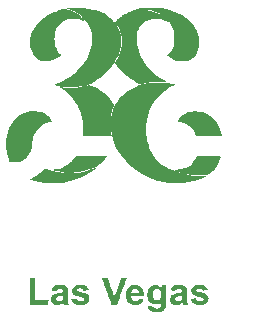
<source format=gbr>
%TF.GenerationSoftware,KiCad,Pcbnew,9.0.1*%
%TF.CreationDate,2025-07-13T22:34:50-07:00*%
%TF.ProjectId,defcon33_keychhain,64656663-6f6e-4333-935f-6b6579636868,rev?*%
%TF.SameCoordinates,Original*%
%TF.FileFunction,Legend,Top*%
%TF.FilePolarity,Positive*%
%FSLAX46Y46*%
G04 Gerber Fmt 4.6, Leading zero omitted, Abs format (unit mm)*
G04 Created by KiCad (PCBNEW 9.0.1) date 2025-07-13 22:34:50*
%MOMM*%
%LPD*%
G01*
G04 APERTURE LIST*
%ADD10C,0.000000*%
G04 APERTURE END LIST*
D10*
%TO.C,G\u002A\u002A\u002A*%
G36*
X155592802Y-89163298D02*
G01*
X155733303Y-89217510D01*
X155856810Y-89306666D01*
X155950400Y-89388839D01*
X155950400Y-89284399D01*
X155950400Y-89179959D01*
X156156211Y-89179959D01*
X156362021Y-89179959D01*
X156353455Y-90089829D01*
X156344889Y-90999699D01*
X156268536Y-91152404D01*
X156181544Y-91288237D01*
X156073561Y-91382607D01*
X155935177Y-91443617D01*
X155927943Y-91445749D01*
X155816116Y-91467598D01*
X155673951Y-91480711D01*
X155521342Y-91484590D01*
X155378182Y-91478736D01*
X155264364Y-91462653D01*
X155263226Y-91462388D01*
X155085446Y-91403421D01*
X154951892Y-91319765D01*
X154861987Y-91210889D01*
X154815153Y-91076264D01*
X154810992Y-91046994D01*
X154797713Y-90929183D01*
X154909578Y-90944792D01*
X155004711Y-90957640D01*
X155114268Y-90971851D01*
X155157036Y-90977228D01*
X155241628Y-90992022D01*
X155289257Y-91014058D01*
X155313857Y-91049921D01*
X155314525Y-91051647D01*
X155359374Y-91103831D01*
X155439436Y-91139695D01*
X155541168Y-91157544D01*
X155651027Y-91155683D01*
X155755472Y-91132417D01*
X155800876Y-91112525D01*
X155859916Y-91053497D01*
X155901250Y-90952860D01*
X155922535Y-90817533D01*
X155924949Y-90746007D01*
X155923618Y-90661514D01*
X155920135Y-90601663D01*
X155915423Y-90579759D01*
X155892913Y-90595435D01*
X155845630Y-90635582D01*
X155809213Y-90668317D01*
X155707759Y-90745224D01*
X155599985Y-90789702D01*
X155470659Y-90806435D01*
X155366255Y-90804564D01*
X155201265Y-90776523D01*
X155063766Y-90709634D01*
X154944838Y-90598945D01*
X154906051Y-90549078D01*
X154828264Y-90415176D01*
X154779946Y-90264285D01*
X154758707Y-90086160D01*
X154759436Y-89920910D01*
X154762606Y-89889714D01*
X155193911Y-89889714D01*
X155194082Y-90064276D01*
X155226568Y-90214709D01*
X155289266Y-90333156D01*
X155322237Y-90369728D01*
X155381118Y-90420774D01*
X155430379Y-90455818D01*
X155441382Y-90461380D01*
X155513369Y-90471145D01*
X155606194Y-90460738D01*
X155695994Y-90434334D01*
X155744589Y-90408339D01*
X155796329Y-90356428D01*
X155850133Y-90281280D01*
X155869504Y-90247407D01*
X155900923Y-90178580D01*
X155917261Y-90112355D01*
X155921556Y-90029687D01*
X155918457Y-89940670D01*
X155893523Y-89765111D01*
X155839446Y-89630475D01*
X155756586Y-89537228D01*
X155645301Y-89485834D01*
X155559241Y-89475119D01*
X155434392Y-89495153D01*
X155331953Y-89558756D01*
X155255037Y-89662393D01*
X155206760Y-89802529D01*
X155193911Y-89889714D01*
X154762606Y-89889714D01*
X154779847Y-89720045D01*
X154823413Y-89557603D01*
X154893333Y-89425180D01*
X154989119Y-89317679D01*
X155121222Y-89219566D01*
X155258734Y-89164699D01*
X155418173Y-89146647D01*
X155428657Y-89146594D01*
X155592802Y-89163298D01*
G37*
G36*
X147563896Y-89158119D02*
G01*
X147738036Y-89199983D01*
X147870757Y-89270793D01*
X147962401Y-89370721D01*
X148006706Y-89472942D01*
X148016169Y-89533005D01*
X148024176Y-89634646D01*
X148030278Y-89768552D01*
X148034026Y-89925411D01*
X148035028Y-90060333D01*
X148036463Y-90259248D01*
X148040921Y-90414114D01*
X148048823Y-90531721D01*
X148060594Y-90618854D01*
X148073071Y-90671155D01*
X148094806Y-90746094D01*
X148108649Y-90800139D01*
X148111247Y-90815180D01*
X148087954Y-90824082D01*
X148025850Y-90830768D01*
X147937015Y-90834094D01*
X147909889Y-90834268D01*
X147708255Y-90834268D01*
X147678857Y-90745190D01*
X147651744Y-90679284D01*
X147623744Y-90660302D01*
X147585317Y-90685004D01*
X147564811Y-90706480D01*
X147498480Y-90755262D01*
X147399038Y-90800582D01*
X147284204Y-90836319D01*
X147171701Y-90856354D01*
X147124345Y-90858602D01*
X147025709Y-90849893D01*
X146928592Y-90829607D01*
X146906554Y-90822595D01*
X146773385Y-90750547D01*
X146672685Y-90639983D01*
X146632572Y-90567033D01*
X146590152Y-90424822D01*
X146596464Y-90304615D01*
X147023204Y-90304615D01*
X147029835Y-90390310D01*
X147087264Y-90475584D01*
X147091529Y-90479913D01*
X147179379Y-90539419D01*
X147281193Y-90553113D01*
X147402255Y-90521652D01*
X147408167Y-90519216D01*
X147509979Y-90457151D01*
X147572781Y-90369122D01*
X147600420Y-90248701D01*
X147602504Y-90194563D01*
X147598367Y-90111271D01*
X147587357Y-90058164D01*
X147576132Y-90045290D01*
X147540838Y-90051158D01*
X147469280Y-90066821D01*
X147374483Y-90089368D01*
X147333588Y-90099508D01*
X147211603Y-90134009D01*
X147130046Y-90167487D01*
X147078745Y-90204448D01*
X147067274Y-90217469D01*
X147023204Y-90304615D01*
X146596464Y-90304615D01*
X146597486Y-90285154D01*
X146623995Y-90203541D01*
X146664461Y-90122471D01*
X146715589Y-90055795D01*
X146784066Y-89999970D01*
X146876577Y-89951458D01*
X146999808Y-89906717D01*
X147160447Y-89862207D01*
X147354358Y-89816785D01*
X147602504Y-89761666D01*
X147602504Y-89674420D01*
X147581583Y-89580103D01*
X147518583Y-89514006D01*
X147413149Y-89475787D01*
X147392494Y-89472262D01*
X147277031Y-89471689D01*
X147172728Y-89501201D01*
X147093817Y-89555326D01*
X147064007Y-89598577D01*
X147028511Y-89646284D01*
X146991842Y-89663526D01*
X146949187Y-89659172D01*
X146878180Y-89648130D01*
X146795286Y-89633433D01*
X146716969Y-89618113D01*
X146659695Y-89605202D01*
X146640242Y-89598772D01*
X146644171Y-89573983D01*
X146663411Y-89519085D01*
X146673345Y-89494484D01*
X146751506Y-89360138D01*
X146861322Y-89259564D01*
X147005653Y-89191280D01*
X147187359Y-89153804D01*
X147347995Y-89145032D01*
X147563896Y-89158119D01*
G37*
G36*
X149220330Y-89150311D02*
G01*
X149383010Y-89177816D01*
X149518539Y-89222197D01*
X149538790Y-89231890D01*
X149603408Y-89278245D01*
X149672276Y-89347908D01*
X149734053Y-89426633D01*
X149777395Y-89500175D01*
X149791282Y-89549017D01*
X149768124Y-89566465D01*
X149706911Y-89586749D01*
X149620038Y-89605918D01*
X149604000Y-89608717D01*
X149416719Y-89640185D01*
X149326585Y-89550052D01*
X149276185Y-89502766D01*
X149232275Y-89475788D01*
X149177793Y-89463440D01*
X149095675Y-89460044D01*
X149055751Y-89459919D01*
X148952800Y-89462785D01*
X148886341Y-89473461D01*
X148842178Y-89495069D01*
X148824148Y-89510821D01*
X148781442Y-89564233D01*
X148780655Y-89607179D01*
X148812983Y-89648726D01*
X148835399Y-89666694D01*
X148869821Y-89684605D01*
X148923328Y-89704790D01*
X149003000Y-89729578D01*
X149115915Y-89761301D01*
X149269152Y-89802288D01*
X149320791Y-89815885D01*
X149518762Y-89880480D01*
X149668885Y-89958794D01*
X149772878Y-90052945D01*
X149832455Y-90165055D01*
X149849332Y-90297242D01*
X149827682Y-90442148D01*
X149775565Y-90558178D01*
X149686391Y-90667404D01*
X149573552Y-90756227D01*
X149470193Y-90805151D01*
X149350776Y-90831684D01*
X149202415Y-90846561D01*
X149045362Y-90849312D01*
X148899869Y-90839465D01*
X148800128Y-90820756D01*
X148626479Y-90750490D01*
X148489639Y-90646233D01*
X148386202Y-90505196D01*
X148365810Y-90465230D01*
X148317479Y-90363426D01*
X148377964Y-90347065D01*
X148436614Y-90335084D01*
X148523294Y-90321632D01*
X148587651Y-90313388D01*
X148736854Y-90296071D01*
X148799794Y-90393332D01*
X148881401Y-90475826D01*
X148992007Y-90528822D01*
X149117475Y-90549838D01*
X149243666Y-90536396D01*
X149350600Y-90489935D01*
X149393935Y-90437507D01*
X149410251Y-90368066D01*
X149396752Y-90303477D01*
X149377518Y-90279474D01*
X149340585Y-90262474D01*
X149266036Y-90237481D01*
X149165782Y-90208260D01*
X149083212Y-90186424D01*
X148872405Y-90128589D01*
X148707266Y-90071743D01*
X148582800Y-90011935D01*
X148494013Y-89945217D01*
X148435910Y-89867637D01*
X148403498Y-89775247D01*
X148391782Y-89664095D01*
X148391482Y-89639328D01*
X148406844Y-89502788D01*
X148457711Y-89391844D01*
X148535553Y-89303961D01*
X148605442Y-89245604D01*
X148674504Y-89206289D01*
X148759578Y-89178860D01*
X148877504Y-89156161D01*
X148886987Y-89154634D01*
X149048867Y-89141858D01*
X149220330Y-89150311D01*
G37*
G36*
X153913374Y-89167128D02*
G01*
X154088159Y-89232379D01*
X154236271Y-89340470D01*
X154283324Y-89390416D01*
X154363737Y-89514481D01*
X154426041Y-89670456D01*
X154464497Y-89840873D01*
X154474248Y-89971618D01*
X154474248Y-90121643D01*
X153927690Y-90121643D01*
X153381132Y-90121643D01*
X153396856Y-90204358D01*
X153443779Y-90344596D01*
X153522601Y-90446948D01*
X153630739Y-90509090D01*
X153757218Y-90528762D01*
X153843213Y-90519682D01*
X153908524Y-90484719D01*
X153941737Y-90454462D01*
X153988948Y-90397444D01*
X154014591Y-90347392D01*
X154016132Y-90337174D01*
X154029424Y-90306729D01*
X154073396Y-90308342D01*
X154132198Y-90319889D01*
X154216532Y-90333254D01*
X154261019Y-90339399D01*
X154360856Y-90355031D01*
X154416520Y-90374464D01*
X154434614Y-90405053D01*
X154421743Y-90454148D01*
X154401673Y-90496001D01*
X154321765Y-90610822D01*
X154211029Y-90715901D01*
X154088883Y-90793352D01*
X154069335Y-90802087D01*
X153981713Y-90826013D01*
X153862592Y-90842319D01*
X153730949Y-90849956D01*
X153605758Y-90847874D01*
X153505997Y-90835025D01*
X153499924Y-90833561D01*
X153326592Y-90765392D01*
X153182157Y-90655495D01*
X153066224Y-90503531D01*
X153025923Y-90427053D01*
X152995933Y-90357847D01*
X152976608Y-90293636D01*
X152965680Y-90219981D01*
X152960879Y-90122443D01*
X152959919Y-90007113D01*
X152961233Y-89877175D01*
X152961820Y-89867134D01*
X153405310Y-89867134D01*
X153723446Y-89867134D01*
X154041582Y-89867134D01*
X154041487Y-89784418D01*
X154022027Y-89687386D01*
X153972048Y-89592285D01*
X153903842Y-89520669D01*
X153883986Y-89508203D01*
X153793894Y-89481891D01*
X153686731Y-89480477D01*
X153588069Y-89502989D01*
X153553061Y-89520795D01*
X153483179Y-89590754D01*
X153429913Y-89687895D01*
X153405680Y-89788670D01*
X153405310Y-89800990D01*
X153405310Y-89867134D01*
X152961820Y-89867134D01*
X152965686Y-89800990D01*
X152966704Y-89783582D01*
X152978625Y-89711810D01*
X152999291Y-89647338D01*
X153026596Y-89584973D01*
X153130804Y-89411536D01*
X153260690Y-89281974D01*
X153417329Y-89195596D01*
X153601801Y-89151713D01*
X153713605Y-89145443D01*
X153913374Y-89167128D01*
G37*
G36*
X157621192Y-89154299D02*
G01*
X157764638Y-89176909D01*
X157876752Y-89217289D01*
X157960438Y-89272452D01*
X158002857Y-89309905D01*
X158035767Y-89346716D01*
X158060581Y-89389825D01*
X158078709Y-89446177D01*
X158091563Y-89522712D01*
X158100554Y-89626374D01*
X158107092Y-89764105D01*
X158112589Y-89942846D01*
X158114946Y-90032564D01*
X158120803Y-90233166D01*
X158127166Y-90389570D01*
X158134599Y-90508481D01*
X158143672Y-90596602D01*
X158154950Y-90660638D01*
X158169001Y-90707293D01*
X158172777Y-90716484D01*
X158199179Y-90779408D01*
X158214209Y-90819236D01*
X158215530Y-90824650D01*
X158192082Y-90829104D01*
X158129743Y-90832464D01*
X158040519Y-90834165D01*
X158010624Y-90834268D01*
X157805719Y-90834268D01*
X157768756Y-90745804D01*
X157731794Y-90657340D01*
X157611865Y-90733396D01*
X157435297Y-90820381D01*
X157257793Y-90857010D01*
X157076278Y-90843783D01*
X157019338Y-90829815D01*
X156877188Y-90765927D01*
X156771235Y-90667512D01*
X156704574Y-90538710D01*
X156680301Y-90383666D01*
X156680255Y-90376152D01*
X156681906Y-90357389D01*
X157107352Y-90357389D01*
X157137121Y-90436906D01*
X157198787Y-90499831D01*
X157282928Y-90539924D01*
X157380126Y-90550944D01*
X157480961Y-90526651D01*
X157497806Y-90518550D01*
X157595705Y-90451838D01*
X157657448Y-90366752D01*
X157690993Y-90250697D01*
X157697296Y-90202841D01*
X157705247Y-90124214D01*
X157703507Y-90075725D01*
X157683522Y-90053005D01*
X157636741Y-90051683D01*
X157554610Y-90067388D01*
X157469753Y-90086568D01*
X157326077Y-90123645D01*
X157225515Y-90161902D01*
X157160357Y-90205315D01*
X157122892Y-90257861D01*
X157118899Y-90267521D01*
X157107352Y-90357389D01*
X156681906Y-90357389D01*
X156691561Y-90247694D01*
X156728551Y-90141781D01*
X156795836Y-90054627D01*
X156898024Y-89982449D01*
X157039725Y-89921463D01*
X157225549Y-89867884D01*
X157327848Y-89844526D01*
X157474803Y-89812237D01*
X157578658Y-89786329D01*
X157646256Y-89763346D01*
X157684438Y-89739832D01*
X157700047Y-89712330D01*
X157699925Y-89677385D01*
X157696558Y-89658295D01*
X157661956Y-89564855D01*
X157597808Y-89506215D01*
X157495594Y-89474838D01*
X157487778Y-89473615D01*
X157355427Y-89471412D01*
X157245266Y-89504876D01*
X157166217Y-89570918D01*
X157154170Y-89589035D01*
X157124251Y-89631016D01*
X157088386Y-89653909D01*
X157035149Y-89659335D01*
X156953113Y-89648912D01*
X156860744Y-89630602D01*
X156714875Y-89599899D01*
X156775290Y-89469666D01*
X156850433Y-89345943D01*
X156948994Y-89254639D01*
X157076706Y-89192964D01*
X157239301Y-89158126D01*
X157437543Y-89147335D01*
X157621192Y-89154299D01*
G37*
G36*
X159323270Y-89151407D02*
G01*
X159490335Y-89182789D01*
X159619919Y-89233654D01*
X159723544Y-89309715D01*
X159787124Y-89381424D01*
X159847428Y-89467637D01*
X159868955Y-89526216D01*
X159848538Y-89564819D01*
X159783012Y-89591109D01*
X159693143Y-89608895D01*
X159586475Y-89626166D01*
X159519569Y-89634393D01*
X159481931Y-89632628D01*
X159463069Y-89619922D01*
X159452490Y-89595326D01*
X159449811Y-89586894D01*
X159405551Y-89527418D01*
X159320973Y-89484645D01*
X159204981Y-89462310D01*
X159146950Y-89459919D01*
X159012859Y-89470154D01*
X158924083Y-89500655D01*
X158881323Y-89551115D01*
X158877254Y-89577947D01*
X158886631Y-89621539D01*
X158919042Y-89658978D01*
X158980908Y-89693635D01*
X159078649Y-89728881D01*
X159218687Y-89768089D01*
X159259017Y-89778390D01*
X159448475Y-89829902D01*
X159594902Y-89878988D01*
X159705845Y-89928961D01*
X159788851Y-89983135D01*
X159842853Y-90034704D01*
X159913362Y-90150002D01*
X159940238Y-90277985D01*
X159926236Y-90410388D01*
X159874113Y-90538946D01*
X159786625Y-90655393D01*
X159666530Y-90751466D01*
X159590488Y-90791348D01*
X159495945Y-90819684D01*
X159368507Y-90840037D01*
X159225716Y-90851296D01*
X159085112Y-90852356D01*
X158964236Y-90842106D01*
X158921398Y-90833622D01*
X158768731Y-90776993D01*
X158631218Y-90691995D01*
X158520379Y-90587603D01*
X158447734Y-90472795D01*
X158442884Y-90460746D01*
X158425382Y-90407046D01*
X158429182Y-90373805D01*
X158462721Y-90352860D01*
X158534436Y-90336054D01*
X158580290Y-90327862D01*
X158704117Y-90308416D01*
X158785693Y-90301531D01*
X158832153Y-90307422D01*
X158850628Y-90326303D01*
X158851803Y-90336017D01*
X158873811Y-90391833D01*
X158930444Y-90451372D01*
X159007615Y-90503593D01*
X159091234Y-90537451D01*
X159114953Y-90542300D01*
X159233597Y-90546242D01*
X159341051Y-90524995D01*
X159428391Y-90483500D01*
X159486696Y-90426702D01*
X159507041Y-90359542D01*
X159501696Y-90328068D01*
X159490116Y-90303922D01*
X159467320Y-90283056D01*
X159425709Y-90262438D01*
X159357684Y-90239034D01*
X159255645Y-90209811D01*
X159111993Y-90171737D01*
X159106312Y-90170257D01*
X158898833Y-90108732D01*
X158737910Y-90043140D01*
X158619213Y-89970573D01*
X158538410Y-89888122D01*
X158491170Y-89792882D01*
X158480643Y-89750243D01*
X158472775Y-89592419D01*
X158509344Y-89454057D01*
X158586781Y-89337693D01*
X158701517Y-89245865D01*
X158849983Y-89181109D01*
X159028610Y-89145959D01*
X159233831Y-89142954D01*
X159323270Y-89151407D01*
G37*
G36*
X145235570Y-89510821D02*
G01*
X145235570Y-90452504D01*
X145809331Y-90452504D01*
X146383091Y-90452504D01*
X146375613Y-90637023D01*
X146368136Y-90821542D01*
X145572795Y-90828268D01*
X144777454Y-90834993D01*
X144777454Y-89702065D01*
X144777454Y-88569138D01*
X145006512Y-88569138D01*
X145235570Y-88569138D01*
X145235570Y-89510821D01*
G37*
G36*
X151595667Y-89148146D02*
G01*
X151683547Y-89404767D01*
X151756458Y-89617240D01*
X151815841Y-89789601D01*
X151863135Y-89925885D01*
X151899784Y-90030128D01*
X151927226Y-90106367D01*
X151946904Y-90158637D01*
X151960258Y-90190974D01*
X151968728Y-90207413D01*
X151973757Y-90211991D01*
X151975245Y-90211293D01*
X151985310Y-90185590D01*
X152009319Y-90117159D01*
X152045366Y-90011644D01*
X152091545Y-89874690D01*
X152145951Y-89711940D01*
X152206680Y-89529038D01*
X152256290Y-89378812D01*
X152527254Y-88556412D01*
X152762675Y-88549094D01*
X152866797Y-88548207D01*
X152946758Y-88552062D01*
X152991906Y-88559933D01*
X152998096Y-88565175D01*
X152989781Y-88593101D01*
X152966223Y-88663078D01*
X152929498Y-88769290D01*
X152881686Y-88905924D01*
X152824863Y-89067166D01*
X152761107Y-89247202D01*
X152692497Y-89440218D01*
X152621109Y-89640401D01*
X152549023Y-89841935D01*
X152478315Y-90039008D01*
X152411063Y-90225805D01*
X152349346Y-90396512D01*
X152295241Y-90545315D01*
X152250825Y-90666400D01*
X152218177Y-90753954D01*
X152199375Y-90802162D01*
X152196079Y-90809324D01*
X152164592Y-90821148D01*
X152096714Y-90829093D01*
X152006801Y-90833155D01*
X151909212Y-90833329D01*
X151818304Y-90829607D01*
X151748437Y-90821986D01*
X151713966Y-90810458D01*
X151713256Y-90809514D01*
X151700992Y-90779873D01*
X151673985Y-90708413D01*
X151634314Y-90600949D01*
X151584060Y-90463297D01*
X151525303Y-90301270D01*
X151460122Y-90120684D01*
X151390598Y-89927354D01*
X151318810Y-89727094D01*
X151246839Y-89525721D01*
X151176765Y-89329048D01*
X151110668Y-89142891D01*
X151050628Y-88973064D01*
X150998725Y-88825383D01*
X150957039Y-88705662D01*
X150927651Y-88619717D01*
X150912639Y-88573362D01*
X150911122Y-88567087D01*
X150934713Y-88556976D01*
X150998076Y-88549063D01*
X151090089Y-88544436D01*
X151149955Y-88543687D01*
X151388788Y-88543687D01*
X151595667Y-89148146D01*
G37*
G36*
X150396080Y-79239601D02*
G01*
X150389555Y-79264971D01*
X150350948Y-79308735D01*
X150290798Y-79361462D01*
X150219648Y-79413719D01*
X150162714Y-79448404D01*
X150091472Y-79493845D01*
X150035460Y-79538556D01*
X149985990Y-79577151D01*
X149909320Y-79628697D01*
X149829458Y-79677616D01*
X149746622Y-79726253D01*
X149677733Y-79767260D01*
X149638576Y-79791219D01*
X149577174Y-79826105D01*
X149479765Y-79876233D01*
X149357039Y-79936578D01*
X149219680Y-80002113D01*
X149078377Y-80067812D01*
X148943817Y-80128649D01*
X148826686Y-80179598D01*
X148737671Y-80215633D01*
X148730336Y-80218367D01*
X148467138Y-80306024D01*
X148165951Y-80389892D01*
X147839687Y-80466428D01*
X147780661Y-80478870D01*
X147682883Y-80497570D01*
X147586894Y-80511913D01*
X147483279Y-80522561D01*
X147362621Y-80530172D01*
X147215506Y-80535409D01*
X147032516Y-80538931D01*
X146902605Y-80540487D01*
X146726945Y-80541831D01*
X146564536Y-80542229D01*
X146423539Y-80541729D01*
X146312116Y-80540377D01*
X146238427Y-80538220D01*
X146215430Y-80536521D01*
X146153439Y-80528264D01*
X146059616Y-80515796D01*
X145952591Y-80501592D01*
X145935470Y-80499321D01*
X145797229Y-80478228D01*
X145644577Y-80450305D01*
X145485340Y-80417504D01*
X145327343Y-80381773D01*
X145178411Y-80345061D01*
X145046370Y-80309317D01*
X144939043Y-80276491D01*
X144864257Y-80248532D01*
X144829836Y-80227389D01*
X144828450Y-80223566D01*
X144849440Y-80205579D01*
X144904893Y-80171668D01*
X144983680Y-80128547D01*
X145000244Y-80119931D01*
X145143782Y-80036234D01*
X145308195Y-79924636D01*
X145480373Y-79795129D01*
X145647204Y-79657707D01*
X145795578Y-79522362D01*
X145832984Y-79485230D01*
X145912463Y-79408486D01*
X145982532Y-79348003D01*
X146033506Y-79311779D01*
X146051222Y-79305009D01*
X146093810Y-79312903D01*
X146169367Y-79333787D01*
X146262949Y-79363461D01*
X146280962Y-79369551D01*
X146740656Y-79503441D01*
X147227324Y-79601531D01*
X147729912Y-79661858D01*
X148022444Y-79678706D01*
X148464726Y-79680330D01*
X148875099Y-79652024D01*
X149264096Y-79591962D01*
X149642249Y-79498319D01*
X150020089Y-79369267D01*
X150179910Y-79304621D01*
X150272036Y-79268642D01*
X150346054Y-79245124D01*
X150389971Y-79237676D01*
X150396080Y-79239601D01*
G37*
G36*
X155924131Y-72033707D02*
G01*
X156130217Y-72040704D01*
X156297529Y-72049632D01*
X156438189Y-72061636D01*
X156564318Y-72077864D01*
X156688038Y-72099463D01*
X156748095Y-72111646D01*
X156865649Y-72137166D01*
X156964041Y-72160070D01*
X157033094Y-72177880D01*
X157062627Y-72188118D01*
X157062739Y-72188223D01*
X157053584Y-72208727D01*
X157011571Y-72240843D01*
X156950699Y-72276299D01*
X156884967Y-72306822D01*
X156834819Y-72322906D01*
X156784181Y-72339732D01*
X156764829Y-72357195D01*
X156743994Y-72379032D01*
X156691847Y-72410319D01*
X156669388Y-72421419D01*
X156452765Y-72542318D01*
X156218941Y-72709150D01*
X155969650Y-72920602D01*
X155802244Y-73079275D01*
X155668087Y-73213500D01*
X155563323Y-73324291D01*
X155479316Y-73422048D01*
X155407431Y-73517171D01*
X155339032Y-73620064D01*
X155298078Y-73686535D01*
X155139165Y-73967259D01*
X155009341Y-74238746D01*
X154901405Y-74518482D01*
X154808161Y-74823951D01*
X154770921Y-74967044D01*
X154720428Y-75180707D01*
X154684421Y-75364045D01*
X154660708Y-75534827D01*
X154647097Y-75710823D01*
X154641396Y-75909799D01*
X154640828Y-76021843D01*
X154641412Y-76175635D01*
X154644171Y-76297031D01*
X154650791Y-76399805D01*
X154662957Y-76497735D01*
X154682354Y-76604595D01*
X154710668Y-76734162D01*
X154746889Y-76888846D01*
X154807291Y-77130905D01*
X154866253Y-77336635D01*
X154928733Y-77520203D01*
X154999687Y-77695778D01*
X155084074Y-77877529D01*
X155113675Y-77937221D01*
X155250707Y-78191303D01*
X155388913Y-78405185D01*
X155537058Y-78589001D01*
X155703904Y-78752883D01*
X155898216Y-78906964D01*
X156032140Y-78999259D01*
X156312992Y-79169087D01*
X156619873Y-79326956D01*
X156946378Y-79471233D01*
X157286097Y-79600285D01*
X157632624Y-79712478D01*
X157979551Y-79806180D01*
X158320470Y-79879757D01*
X158648974Y-79931577D01*
X158958655Y-79960005D01*
X159243105Y-79963408D01*
X159495918Y-79940155D01*
X159622858Y-79914485D01*
X159714494Y-79894900D01*
X159759257Y-79893917D01*
X159757510Y-79911168D01*
X159709616Y-79946289D01*
X159615938Y-79998916D01*
X159476840Y-80068682D01*
X159462625Y-80075539D01*
X159042358Y-80256291D01*
X158626314Y-80390810D01*
X158204736Y-80481807D01*
X157838856Y-80526622D01*
X157648076Y-80538692D01*
X157434156Y-80545947D01*
X157209001Y-80548517D01*
X156984514Y-80546531D01*
X156772599Y-80540121D01*
X156585160Y-80529416D01*
X156434102Y-80514547D01*
X156408516Y-80510967D01*
X156243428Y-80482128D01*
X156048057Y-80441415D01*
X155837634Y-80392572D01*
X155627390Y-80339339D01*
X155432557Y-80285461D01*
X155268367Y-80234679D01*
X155228736Y-80221093D01*
X154935379Y-80104317D01*
X154625145Y-79957097D01*
X154313914Y-79787949D01*
X154017569Y-79605388D01*
X153805013Y-79457715D01*
X153703181Y-79377353D01*
X153581295Y-79272819D01*
X153446614Y-79151179D01*
X153306397Y-79019505D01*
X153167905Y-78884865D01*
X153038397Y-78754328D01*
X152925132Y-78634964D01*
X152835371Y-78533841D01*
X152776372Y-78458030D01*
X152772632Y-78452404D01*
X152728611Y-78391263D01*
X152660792Y-78304637D01*
X152579201Y-78205076D01*
X152510817Y-78124627D01*
X152300935Y-77845066D01*
X152120355Y-77527013D01*
X151970327Y-77174448D01*
X151852098Y-76791355D01*
X151766919Y-76381712D01*
X151716038Y-75949503D01*
X151700596Y-75541542D01*
X151716668Y-75118370D01*
X151765810Y-74730091D01*
X151847741Y-74377779D01*
X151962175Y-74062509D01*
X152108829Y-73785354D01*
X152199048Y-73654909D01*
X152270113Y-73557532D01*
X152338950Y-73457288D01*
X152391358Y-73374896D01*
X152393885Y-73370606D01*
X152472495Y-73265842D01*
X152595595Y-73144773D01*
X152763995Y-73006707D01*
X152978508Y-72850954D01*
X153104048Y-72765737D01*
X153431314Y-72563579D01*
X153755576Y-72396899D01*
X154084008Y-72263835D01*
X154423784Y-72162525D01*
X154782077Y-72091107D01*
X155166062Y-72047718D01*
X155582912Y-72030496D01*
X155924131Y-72033707D01*
G37*
G36*
X160595195Y-78236136D02*
G01*
X160728951Y-78239190D01*
X160828367Y-78245636D01*
X160897579Y-78256601D01*
X160940726Y-78273212D01*
X160961944Y-78296593D01*
X160965371Y-78327872D01*
X160955143Y-78368175D01*
X160935400Y-78418627D01*
X160910277Y-78480355D01*
X160904011Y-78496695D01*
X160778022Y-78787111D01*
X160625753Y-79052605D01*
X160438560Y-79306961D01*
X160286640Y-79480884D01*
X160168664Y-79599830D01*
X160054210Y-79694043D01*
X159935330Y-79766145D01*
X159804078Y-79818759D01*
X159652507Y-79854508D01*
X159472671Y-79876013D01*
X159256622Y-79885899D01*
X159055410Y-79887218D01*
X158896795Y-79885183D01*
X158747754Y-79880953D01*
X158618991Y-79875006D01*
X158521211Y-79867822D01*
X158470039Y-79861014D01*
X158156617Y-79793341D01*
X157877209Y-79728455D01*
X157634133Y-79667049D01*
X157429706Y-79609815D01*
X157266245Y-79557444D01*
X157146067Y-79510630D01*
X157071488Y-79470063D01*
X157044826Y-79436436D01*
X157044789Y-79435292D01*
X157068250Y-79420325D01*
X157130706Y-79405807D01*
X157220261Y-79393401D01*
X157325024Y-79384772D01*
X157428844Y-79381583D01*
X157559564Y-79369333D01*
X157718207Y-79335944D01*
X157888672Y-79285832D01*
X158054860Y-79223409D01*
X158130925Y-79189148D01*
X158321861Y-79075473D01*
X158493283Y-78925861D01*
X158649230Y-78735906D01*
X158793737Y-78501201D01*
X158837050Y-78418254D01*
X158928796Y-78236071D01*
X159946512Y-78236071D01*
X160208113Y-78235703D01*
X160422962Y-78235349D01*
X160595195Y-78236136D01*
G37*
G36*
X151200621Y-78407865D02*
G01*
X151143912Y-78489160D01*
X151097097Y-78553149D01*
X151068246Y-78588896D01*
X151064443Y-78592384D01*
X151040220Y-78616889D01*
X150993078Y-78670271D01*
X150932289Y-78741976D01*
X150918869Y-78758119D01*
X150784682Y-78890529D01*
X150605954Y-79020871D01*
X150389041Y-79146375D01*
X150140300Y-79264272D01*
X149866086Y-79371793D01*
X149572757Y-79466169D01*
X149266667Y-79544630D01*
X148989578Y-79598680D01*
X148883003Y-79612499D01*
X148743851Y-79625030D01*
X148583924Y-79635777D01*
X148415027Y-79644248D01*
X148248963Y-79649947D01*
X148097534Y-79652380D01*
X147972545Y-79651053D01*
X147885799Y-79645471D01*
X147882464Y-79645043D01*
X147555880Y-79598990D01*
X147260942Y-79551582D01*
X146978432Y-79499506D01*
X146689133Y-79439450D01*
X146686272Y-79438827D01*
X146622645Y-79424956D01*
X146686272Y-79405696D01*
X146747922Y-79394283D01*
X146836070Y-79386146D01*
X146892171Y-79383899D01*
X147088830Y-79362363D01*
X147307154Y-79307405D01*
X147535135Y-79223775D01*
X147760763Y-79116223D01*
X147972029Y-78989498D01*
X148073346Y-78916741D01*
X148159471Y-78844111D01*
X148265365Y-78745034D01*
X148378104Y-78632078D01*
X148484767Y-78517815D01*
X148493286Y-78508279D01*
X148735069Y-78236571D01*
X150026533Y-78236321D01*
X151317997Y-78236071D01*
X151200621Y-78407865D01*
G37*
G36*
X145546354Y-74480893D02*
G01*
X145614080Y-74493774D01*
X145833878Y-74553599D01*
X146039856Y-74637343D01*
X146223699Y-74740029D01*
X146377089Y-74856681D01*
X146491711Y-74982322D01*
X146528815Y-75041182D01*
X146558960Y-75102207D01*
X146592444Y-75177566D01*
X146623422Y-75252915D01*
X146646048Y-75313908D01*
X146654479Y-75346201D01*
X146653842Y-75348033D01*
X146628087Y-75354406D01*
X146563992Y-75368389D01*
X146473107Y-75387489D01*
X146424861Y-75397435D01*
X146204499Y-75464245D01*
X145979704Y-75571847D01*
X145762132Y-75712742D01*
X145563440Y-75879431D01*
X145402388Y-76055346D01*
X145312993Y-76183115D01*
X145228050Y-76330520D01*
X145155680Y-76481324D01*
X145104007Y-76619288D01*
X145086893Y-76686127D01*
X145068061Y-76782114D01*
X145044327Y-76902172D01*
X145020799Y-77020467D01*
X145020590Y-77021514D01*
X145000789Y-77138261D01*
X144986463Y-77256169D01*
X144980631Y-77350243D01*
X144980620Y-77352376D01*
X144956634Y-77608376D01*
X144885772Y-77848077D01*
X144767034Y-78073769D01*
X144599423Y-78287738D01*
X144549252Y-78340185D01*
X144354947Y-78508454D01*
X144147432Y-78637337D01*
X143934663Y-78722301D01*
X143838660Y-78745120D01*
X143749517Y-78756517D01*
X143634352Y-78764091D01*
X143506356Y-78767820D01*
X143378719Y-78767682D01*
X143264632Y-78763656D01*
X143177286Y-78755720D01*
X143134869Y-78746279D01*
X143106935Y-78722871D01*
X143076757Y-78670828D01*
X143041361Y-78583621D01*
X142997775Y-78454722D01*
X142987822Y-78423394D01*
X142928400Y-78231275D01*
X142883472Y-78073375D01*
X142851113Y-77936730D01*
X142829398Y-77808381D01*
X142816402Y-77675365D01*
X142810202Y-77524720D01*
X142808871Y-77343485D01*
X142809544Y-77222794D01*
X142812398Y-77051386D01*
X142817862Y-76884282D01*
X142825359Y-76733053D01*
X142834313Y-76609271D01*
X142844148Y-76524510D01*
X142844416Y-76522894D01*
X142918071Y-76211097D01*
X143031100Y-75903653D01*
X143178336Y-75609847D01*
X143354610Y-75338965D01*
X143554752Y-75100292D01*
X143724250Y-74942342D01*
X143983002Y-74761203D01*
X144268880Y-74619584D01*
X144575018Y-74519113D01*
X144894553Y-74461422D01*
X145220620Y-74448139D01*
X145546354Y-74480893D01*
G37*
G36*
X164075601Y-78117412D02*
G01*
X164078798Y-78126702D01*
X164043787Y-78130249D01*
X164007656Y-78126250D01*
X164011973Y-78117412D01*
X164064080Y-78114051D01*
X164075601Y-78117412D01*
G37*
G36*
X150062836Y-72345256D02*
G01*
X150457289Y-72525613D01*
X150806292Y-72722163D01*
X151113504Y-72937714D01*
X151382585Y-73175073D01*
X151617197Y-73437047D01*
X151780077Y-73662500D01*
X151841325Y-73758086D01*
X151890371Y-73839026D01*
X151921336Y-73895338D01*
X151929158Y-73915545D01*
X151921362Y-73949882D01*
X151900498Y-74019863D01*
X151870347Y-74113103D01*
X151854226Y-74160906D01*
X151764142Y-74476231D01*
X151695106Y-74831001D01*
X151648584Y-75217679D01*
X151648371Y-75220140D01*
X151634087Y-75444223D01*
X151632626Y-75655266D01*
X151644722Y-75870532D01*
X151671114Y-76107281D01*
X151692630Y-76257107D01*
X151707919Y-76369928D01*
X151717039Y-76463859D01*
X151719134Y-76527751D01*
X151715128Y-76549792D01*
X151686524Y-76553859D01*
X151612114Y-76557969D01*
X151496995Y-76562006D01*
X151346262Y-76565856D01*
X151165011Y-76569405D01*
X150958339Y-76572536D01*
X150731342Y-76575137D01*
X150508174Y-76576966D01*
X149320440Y-76584895D01*
X149320035Y-76017046D01*
X149316855Y-75750025D01*
X149306556Y-75520958D01*
X149287369Y-75317178D01*
X149257528Y-75126020D01*
X149215268Y-74934817D01*
X149158823Y-74730905D01*
X149125670Y-74623204D01*
X149059635Y-74438269D01*
X148974183Y-74235076D01*
X148876021Y-74027141D01*
X148771860Y-73827981D01*
X148668406Y-73651114D01*
X148574845Y-73513328D01*
X148468253Y-73380401D01*
X148342686Y-73237317D01*
X148207006Y-73093016D01*
X148070075Y-72956441D01*
X147940756Y-72836534D01*
X147827909Y-72742238D01*
X147767935Y-72699138D01*
X147691513Y-72647459D01*
X147633961Y-72604934D01*
X147606951Y-72580222D01*
X147606487Y-72579339D01*
X147580596Y-72557461D01*
X147523057Y-72522513D01*
X147470339Y-72494405D01*
X147403045Y-72457778D01*
X147361115Y-72429998D01*
X147353394Y-72419383D01*
X147382019Y-72417727D01*
X147445769Y-72424019D01*
X147514993Y-72434343D01*
X147590274Y-72442707D01*
X147704762Y-72450046D01*
X147846763Y-72455862D01*
X148004586Y-72459656D01*
X148136973Y-72460905D01*
X148587739Y-72449323D01*
X149011768Y-72411114D01*
X149426751Y-72344494D01*
X149555080Y-72318064D01*
X149845474Y-72255279D01*
X150062836Y-72345256D01*
G37*
G36*
X158901902Y-74477356D02*
G01*
X159112863Y-74491721D01*
X159289928Y-74515835D01*
X159449804Y-74553907D01*
X159609194Y-74610146D01*
X159784803Y-74688762D01*
X159831663Y-74711647D01*
X160090329Y-74860021D01*
X160313633Y-75033833D01*
X160506031Y-75238208D01*
X160671983Y-75478274D01*
X160815947Y-75759158D01*
X160882438Y-75920039D01*
X160924220Y-76037799D01*
X160967667Y-76175546D01*
X161007406Y-76314786D01*
X161038065Y-76437024D01*
X161050655Y-76499047D01*
X161064759Y-76581763D01*
X159995658Y-76581763D01*
X159733679Y-76581646D01*
X159518034Y-76581172D01*
X159344156Y-76580152D01*
X159207477Y-76578400D01*
X159103429Y-76575727D01*
X159027446Y-76571947D01*
X158974959Y-76566870D01*
X158941402Y-76560312D01*
X158922207Y-76552082D01*
X158912806Y-76541995D01*
X158910702Y-76537224D01*
X158872785Y-76441368D01*
X158827045Y-76341012D01*
X158780390Y-76249818D01*
X158739728Y-76181452D01*
X158716116Y-76152344D01*
X158681524Y-76110621D01*
X158673647Y-76085937D01*
X158655080Y-76043098D01*
X158604900Y-75977398D01*
X158531386Y-75897592D01*
X158442818Y-75812437D01*
X158347473Y-75730688D01*
X158310191Y-75701581D01*
X158181939Y-75611596D01*
X158056512Y-75540958D01*
X157919464Y-75483310D01*
X157756350Y-75432298D01*
X157617412Y-75396770D01*
X157505142Y-75369257D01*
X157412618Y-75345543D01*
X157350152Y-75328339D01*
X157328185Y-75320696D01*
X157335109Y-75295952D01*
X157361975Y-75238862D01*
X157403216Y-75161126D01*
X157409162Y-75150438D01*
X157551128Y-74946856D01*
X157728764Y-74778778D01*
X157940657Y-74646843D01*
X158185393Y-74551687D01*
X158461557Y-74493949D01*
X158767737Y-74474265D01*
X158901902Y-74477356D01*
G37*
G36*
X143835771Y-74125751D02*
G01*
X143823045Y-74138476D01*
X143810320Y-74125751D01*
X143823045Y-74113025D01*
X143835771Y-74125751D01*
G37*
G36*
X149309921Y-65702486D02*
G01*
X149796414Y-65765227D01*
X150276878Y-65863890D01*
X150338476Y-65879353D01*
X150617056Y-65957413D01*
X150851276Y-66038181D01*
X151047679Y-66124656D01*
X151212806Y-66219840D01*
X151353199Y-66326733D01*
X151393281Y-66363248D01*
X151580288Y-66539730D01*
X151732500Y-66680922D01*
X151850922Y-66787722D01*
X151936554Y-66861030D01*
X151990399Y-66901744D01*
X151999877Y-66907405D01*
X152038669Y-66946619D01*
X152090480Y-67025611D01*
X152151408Y-67136152D01*
X152217556Y-67270010D01*
X152285023Y-67418955D01*
X152349909Y-67574759D01*
X152408314Y-67729190D01*
X152453540Y-67864829D01*
X152493426Y-67998302D01*
X152519835Y-68100865D01*
X152535307Y-68189923D01*
X152542381Y-68282883D01*
X152543599Y-68397150D01*
X152542689Y-68475651D01*
X152512915Y-68901751D01*
X152436154Y-69308781D01*
X152311738Y-69698777D01*
X152138999Y-70073777D01*
X151917269Y-70435821D01*
X151884910Y-70481902D01*
X151787172Y-70608491D01*
X151660349Y-70757135D01*
X151514457Y-70917298D01*
X151359513Y-71078446D01*
X151205534Y-71230046D01*
X151062537Y-71361563D01*
X150988727Y-71424368D01*
X150868474Y-71518049D01*
X150722054Y-71624747D01*
X150559718Y-71737671D01*
X150391716Y-71850030D01*
X150228299Y-71955033D01*
X150079718Y-72045887D01*
X149956223Y-72115802D01*
X149908152Y-72140274D01*
X149699646Y-72222721D01*
X149446758Y-72291847D01*
X149154463Y-72346780D01*
X148827737Y-72386649D01*
X148471554Y-72410581D01*
X148340580Y-72415038D01*
X148190910Y-72418056D01*
X148047167Y-72419456D01*
X147922604Y-72419213D01*
X147830473Y-72417300D01*
X147806112Y-72416091D01*
X147635958Y-72399937D01*
X147455362Y-72374171D01*
X147279938Y-72341663D01*
X147125301Y-72305281D01*
X147014126Y-72270595D01*
X146852550Y-72209854D01*
X146953930Y-72166100D01*
X147027486Y-72135836D01*
X147128821Y-72096017D01*
X147237884Y-72054501D01*
X147254420Y-72048334D01*
X147572076Y-71909856D01*
X147897340Y-71729856D01*
X148221095Y-71514890D01*
X148534225Y-71271510D01*
X148827614Y-71006271D01*
X149088881Y-70729500D01*
X149376348Y-70365594D01*
X149613463Y-69995707D01*
X149800505Y-69619111D01*
X149937753Y-69235078D01*
X150025486Y-68842880D01*
X150063981Y-68441788D01*
X150063028Y-68182965D01*
X150052445Y-67996754D01*
X150035061Y-67833583D01*
X150007691Y-67686070D01*
X149967151Y-67546831D01*
X149910256Y-67408484D01*
X149833823Y-67263646D01*
X149734667Y-67104933D01*
X149609603Y-66924964D01*
X149455447Y-66716355D01*
X149397369Y-66639601D01*
X149224843Y-66446418D01*
X149012964Y-66264052D01*
X148773163Y-66099819D01*
X148516867Y-65961038D01*
X148255506Y-65855026D01*
X148102462Y-65810544D01*
X148007331Y-65785894D01*
X147947431Y-65765885D01*
X147925136Y-65749443D01*
X147942820Y-65735494D01*
X148002856Y-65722964D01*
X148107619Y-65710778D01*
X148259480Y-65697861D01*
X148369555Y-65689649D01*
X148830076Y-65676886D01*
X149309921Y-65702486D01*
G37*
G36*
X155418961Y-65682207D02*
G01*
X155640615Y-65694870D01*
X155829054Y-65714493D01*
X155882379Y-65722602D01*
X156389274Y-65825633D01*
X156855297Y-65957528D01*
X157280160Y-66118158D01*
X157663573Y-66307394D01*
X158005249Y-66525106D01*
X158304897Y-66771166D01*
X158369091Y-66832997D01*
X158604788Y-67094809D01*
X158794770Y-67368776D01*
X158944076Y-67663187D01*
X159046064Y-67946569D01*
X159072543Y-68040867D01*
X159091853Y-68128919D01*
X159105491Y-68222970D01*
X159114954Y-68335266D01*
X159121741Y-68478052D01*
X159125518Y-68596269D01*
X159137624Y-69022299D01*
X159052241Y-69270718D01*
X158960460Y-69496970D01*
X158850907Y-69685455D01*
X158715298Y-69848415D01*
X158576920Y-69973138D01*
X158400365Y-70098342D01*
X158227546Y-70181562D01*
X158043490Y-70228152D01*
X157833226Y-70243468D01*
X157821041Y-70243509D01*
X157549890Y-70227566D01*
X157294171Y-70177455D01*
X157045456Y-70090108D01*
X156795319Y-69962452D01*
X156535334Y-69791419D01*
X156491098Y-69758960D01*
X156382798Y-69678418D01*
X156492597Y-69608785D01*
X156581632Y-69540522D01*
X156680950Y-69445909D01*
X156779305Y-69337731D01*
X156865452Y-69228771D01*
X156928144Y-69131815D01*
X156947058Y-69092143D01*
X156993448Y-68935983D01*
X157024129Y-68741805D01*
X157039422Y-68506289D01*
X157039648Y-68226111D01*
X157037625Y-68155652D01*
X157028960Y-67957870D01*
X157016225Y-67799966D01*
X156997034Y-67670941D01*
X156969000Y-67559800D01*
X156929736Y-67455545D01*
X156876857Y-67347179D01*
X156852417Y-67302128D01*
X156658671Y-66980165D01*
X156458549Y-66705664D01*
X156247845Y-66475233D01*
X156022355Y-66285478D01*
X155777873Y-66133007D01*
X155510194Y-66014425D01*
X155215114Y-65926341D01*
X155121696Y-65905577D01*
X154954062Y-65878782D01*
X154757798Y-65859777D01*
X154551287Y-65849385D01*
X154352914Y-65848426D01*
X154181063Y-65857722D01*
X154143386Y-65861871D01*
X153952504Y-65885780D01*
X154245190Y-65889232D01*
X154605778Y-65908837D01*
X154952455Y-65957731D01*
X155280402Y-66033977D01*
X155584801Y-66135639D01*
X155860833Y-66260783D01*
X156103679Y-66407471D01*
X156308520Y-66573769D01*
X156470539Y-66757741D01*
X156495114Y-66793080D01*
X156534460Y-66856111D01*
X156558127Y-66901964D01*
X156561222Y-66912875D01*
X156540037Y-66911300D01*
X156482800Y-66890677D01*
X156398989Y-66854722D01*
X156325801Y-66820605D01*
X156108381Y-66729626D01*
X155893301Y-66669651D01*
X155663735Y-66637069D01*
X155428657Y-66628185D01*
X155128373Y-66646975D01*
X154861999Y-66703432D01*
X154628994Y-66797757D01*
X154428811Y-66930149D01*
X154316180Y-67036557D01*
X154222541Y-67139434D01*
X154155274Y-67218989D01*
X154105073Y-67288210D01*
X154062631Y-67360080D01*
X154018642Y-67447585D01*
X154012695Y-67460008D01*
X153952428Y-67603391D01*
X153909677Y-67749203D01*
X153882767Y-67908462D01*
X153870025Y-68092187D01*
X153869776Y-68311398D01*
X153871915Y-68386572D01*
X153895184Y-68725745D01*
X153943185Y-69034032D01*
X154019767Y-69326965D01*
X154128778Y-69620078D01*
X154234440Y-69849999D01*
X154360820Y-70085854D01*
X154502855Y-70308407D01*
X154667886Y-70527476D01*
X154863255Y-70752877D01*
X155072282Y-70970459D01*
X155335455Y-71220792D01*
X155591569Y-71435391D01*
X155854506Y-71624918D01*
X156138146Y-71800034D01*
X156192417Y-71830817D01*
X156435900Y-71967269D01*
X155754122Y-71982949D01*
X155469723Y-71991254D01*
X155227330Y-72002603D01*
X155018094Y-72017922D01*
X154833162Y-72038137D01*
X154663685Y-72064172D01*
X154500810Y-72096953D01*
X154375331Y-72127118D01*
X154278467Y-72151114D01*
X154200067Y-72169177D01*
X154153601Y-72178246D01*
X154148093Y-72178757D01*
X154114112Y-72167667D01*
X154049755Y-72138683D01*
X153974177Y-72100764D01*
X153845418Y-72027692D01*
X153688982Y-71930096D01*
X153516410Y-71815901D01*
X153339243Y-71693032D01*
X153169022Y-71569416D01*
X153017288Y-71452976D01*
X152944404Y-71393616D01*
X152653318Y-71129427D01*
X152380750Y-70838219D01*
X152191204Y-70607482D01*
X152027234Y-70397831D01*
X152193900Y-70060288D01*
X152260843Y-69919817D01*
X152325661Y-69775158D01*
X152381650Y-69641829D01*
X152422106Y-69535348D01*
X152427252Y-69520136D01*
X152517686Y-69186698D01*
X152572702Y-68848847D01*
X152592166Y-68514992D01*
X152575944Y-68193544D01*
X152523902Y-67892911D01*
X152456728Y-67673947D01*
X152405525Y-67549359D01*
X152339782Y-67405190D01*
X152267193Y-67256988D01*
X152195452Y-67120302D01*
X152132252Y-67010681D01*
X152115756Y-66984865D01*
X152052495Y-66889271D01*
X152162620Y-66748945D01*
X152223944Y-66676136D01*
X152278910Y-66620081D01*
X152315630Y-66592900D01*
X152315662Y-66592888D01*
X152353933Y-66568641D01*
X152416418Y-66518677D01*
X152490933Y-66452861D01*
X152506512Y-66438378D01*
X152581142Y-66372874D01*
X152645945Y-66324030D01*
X152689165Y-66300513D01*
X152694768Y-66299598D01*
X152734400Y-66288225D01*
X152805845Y-66257841D01*
X152896359Y-66214051D01*
X152936584Y-66193228D01*
X153056059Y-66134669D01*
X153186319Y-66077824D01*
X153301836Y-66033739D01*
X153316232Y-66028936D01*
X153394000Y-66001440D01*
X153440651Y-65980405D01*
X153448331Y-65969540D01*
X153443486Y-65968856D01*
X153413921Y-65964294D01*
X153415232Y-65962652D01*
X153518152Y-65962652D01*
X153543169Y-65966727D01*
X153576179Y-65962048D01*
X153576573Y-65953360D01*
X153542510Y-65947285D01*
X153527792Y-65951351D01*
X153518152Y-65962652D01*
X153415232Y-65962652D01*
X153425305Y-65950038D01*
X153447594Y-65937201D01*
X153645407Y-65937201D01*
X153670423Y-65941277D01*
X153703434Y-65936597D01*
X153703828Y-65927909D01*
X153669765Y-65921834D01*
X153655047Y-65925900D01*
X153645407Y-65937201D01*
X153447594Y-65937201D01*
X153459579Y-65930298D01*
X153510785Y-65908299D01*
X153808993Y-65908299D01*
X153842797Y-65912705D01*
X153850701Y-65912873D01*
X153894166Y-65910122D01*
X153897993Y-65902155D01*
X153895724Y-65901141D01*
X153845199Y-65896106D01*
X153819371Y-65900198D01*
X153808993Y-65908299D01*
X153510785Y-65908299D01*
X153547401Y-65892568D01*
X153674111Y-65851468D01*
X153828096Y-65809990D01*
X153997740Y-65771126D01*
X154171431Y-65737867D01*
X154263906Y-65723131D01*
X154458161Y-65701061D01*
X154683691Y-65685930D01*
X154927601Y-65677741D01*
X155176990Y-65676499D01*
X155418961Y-65682207D01*
G37*
G36*
X147424348Y-71911522D02*
G01*
X147411623Y-71924248D01*
X147398897Y-71911522D01*
X147411623Y-71898797D01*
X147424348Y-71911522D01*
G37*
G36*
X147701838Y-65785565D02*
G01*
X147704308Y-65800884D01*
X147718165Y-65823485D01*
X147766270Y-65827347D01*
X147802133Y-65823517D01*
X147907530Y-65824707D01*
X148046902Y-65849304D01*
X148210545Y-65894578D01*
X148388756Y-65957799D01*
X148571831Y-66036238D01*
X148592009Y-66045753D01*
X148696603Y-66096828D01*
X148780285Y-66142397D01*
X148853542Y-66190311D01*
X148926856Y-66248419D01*
X149010713Y-66324572D01*
X149115597Y-66426619D01*
X149161372Y-66472054D01*
X149261071Y-66572557D01*
X149346677Y-66661318D01*
X149412185Y-66731907D01*
X149451586Y-66777897D01*
X149460420Y-66792097D01*
X149448604Y-66804443D01*
X149409481Y-66801224D01*
X149337539Y-66781060D01*
X149227268Y-66742570D01*
X149155009Y-66715634D01*
X149082532Y-66689141D01*
X149020144Y-66670118D01*
X148957300Y-66657374D01*
X148883453Y-66649716D01*
X148788059Y-66645955D01*
X148660572Y-66644897D01*
X148531462Y-66645186D01*
X148365667Y-66646558D01*
X148239394Y-66649968D01*
X148141267Y-66656576D01*
X148059915Y-66667545D01*
X147983964Y-66684035D01*
X147902041Y-66707207D01*
X147891079Y-66710549D01*
X147636747Y-66811652D01*
X147419076Y-66947622D01*
X147238574Y-67118035D01*
X147095748Y-67322473D01*
X147052525Y-67406713D01*
X146986065Y-67571163D01*
X146938544Y-67745357D01*
X146908080Y-67940112D01*
X146892794Y-68166248D01*
X146890107Y-68340960D01*
X146890870Y-68488068D01*
X146894206Y-68597956D01*
X146902003Y-68684301D01*
X146916153Y-68760781D01*
X146938543Y-68841071D01*
X146971063Y-68938850D01*
X146973797Y-68946787D01*
X147081897Y-69203773D01*
X147213640Y-69415987D01*
X147369308Y-69583883D01*
X147369766Y-69584281D01*
X147487975Y-69686975D01*
X147374411Y-69789461D01*
X147269547Y-69868267D01*
X147126189Y-69953013D01*
X146955398Y-70037997D01*
X146768235Y-70117523D01*
X146659071Y-70158013D01*
X146485315Y-70204774D01*
X146295694Y-70232014D01*
X146106455Y-70238952D01*
X145933846Y-70224807D01*
X145820261Y-70198323D01*
X145589317Y-70098756D01*
X145385708Y-69964164D01*
X145217757Y-69800280D01*
X145187822Y-69762712D01*
X145057932Y-69563982D01*
X144951410Y-69345203D01*
X144876369Y-69124495D01*
X144852155Y-69013050D01*
X144835411Y-68852933D01*
X144831533Y-68663079D01*
X144839576Y-68461444D01*
X144858599Y-68265984D01*
X144887660Y-68094652D01*
X144903746Y-68030260D01*
X145005203Y-67749234D01*
X145146578Y-67468203D01*
X145320876Y-67196538D01*
X145521101Y-66943612D01*
X145740257Y-66718795D01*
X145971347Y-66531459D01*
X146072206Y-66465029D01*
X146114095Y-66439394D01*
X146184382Y-66396380D01*
X146268046Y-66345179D01*
X146270177Y-66343875D01*
X146373934Y-66284452D01*
X146498439Y-66218966D01*
X146617543Y-66161146D01*
X146622631Y-66158819D01*
X146720468Y-66116870D01*
X146843072Y-66068245D01*
X146981063Y-66016231D01*
X147125061Y-65964113D01*
X147265684Y-65915175D01*
X147393551Y-65872703D01*
X147499283Y-65839981D01*
X147573498Y-65820296D01*
X147601464Y-65816031D01*
X147643383Y-65805565D01*
X147653406Y-65790580D01*
X147672774Y-65765869D01*
X147678857Y-65765130D01*
X147701838Y-65785565D01*
G37*
%TD*%
M02*

</source>
